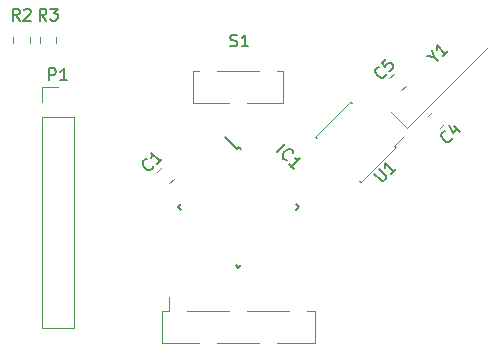
<source format=gto>
G04 #@! TF.GenerationSoftware,KiCad,Pcbnew,(5.0.1)-4*
G04 #@! TF.CreationDate,2018-12-07T22:44:18-08:00*
G04 #@! TF.ProjectId,control_board,636F6E74726F6C5F626F6172642E6B69,rev?*
G04 #@! TF.SameCoordinates,Original*
G04 #@! TF.FileFunction,Legend,Top*
G04 #@! TF.FilePolarity,Positive*
%FSLAX46Y46*%
G04 Gerber Fmt 4.6, Leading zero omitted, Abs format (unit mm)*
G04 Created by KiCad (PCBNEW (5.0.1)-4) date 12/7/2018 10:44:18 PM*
%MOMM*%
%LPD*%
G01*
G04 APERTURE LIST*
%ADD10C,0.120000*%
%ADD11C,0.150000*%
G04 APERTURE END LIST*
D10*
G04 #@! TO.C,S1*
X148465000Y-37328800D02*
X147955000Y-37328800D01*
X153545000Y-37328800D02*
X149985000Y-37328800D01*
X155575000Y-37328800D02*
X155065000Y-37328800D01*
X147955000Y-37388800D02*
X147955000Y-39928800D01*
X151005000Y-39988800D02*
X147955000Y-39988800D01*
X155575000Y-39988800D02*
X152525000Y-39988800D01*
X155575000Y-37388800D02*
X155575000Y-39928800D01*
X145925000Y-57648800D02*
X145925000Y-56438800D01*
X155065000Y-60308800D02*
X158275000Y-60308800D01*
X149985000Y-60308800D02*
X153545000Y-60308800D01*
X145255000Y-60308800D02*
X148465000Y-60308800D01*
X158275000Y-60308800D02*
X158275000Y-57648800D01*
X157605000Y-57648800D02*
X158275000Y-57648800D01*
X152525000Y-57648800D02*
X156085000Y-57648800D01*
X147445000Y-57648800D02*
X151005000Y-57648800D01*
X145255000Y-57648800D02*
X145925000Y-57648800D01*
X145255000Y-60308800D02*
X145255000Y-57648800D01*
G04 #@! TO.C,C1*
X144905399Y-45809709D02*
X145271083Y-45444025D01*
X145909491Y-46813801D02*
X146275175Y-46448117D01*
G04 #@! TO.C,C4*
X167793312Y-41108196D02*
X168158996Y-40742512D01*
X168797404Y-42112288D02*
X169163088Y-41746604D01*
G04 #@! TO.C,C5*
X164910309Y-37514199D02*
X164544625Y-37879883D01*
X165914401Y-38518291D02*
X165548717Y-38883975D01*
D11*
G04 #@! TO.C,IC1*
X151765000Y-43692276D02*
X151605901Y-43851375D01*
X156891524Y-48818800D02*
X156661714Y-49048610D01*
X151765000Y-53945324D02*
X151994810Y-53715514D01*
X146638476Y-48818800D02*
X146868286Y-48588990D01*
X151765000Y-43692276D02*
X151994810Y-43922086D01*
X146638476Y-48818800D02*
X146868286Y-49048610D01*
X151765000Y-53945324D02*
X151535190Y-53715514D01*
X156891524Y-48818800D02*
X156661714Y-48588990D01*
X151605901Y-43851375D02*
X150598274Y-42843748D01*
D10*
G04 #@! TO.C,P1*
X135144200Y-59064200D02*
X137804200Y-59064200D01*
X135144200Y-41224200D02*
X135144200Y-59064200D01*
X137804200Y-41224200D02*
X137804200Y-59064200D01*
X135144200Y-41224200D02*
X137804200Y-41224200D01*
X135144200Y-39954200D02*
X135144200Y-38624200D01*
X135144200Y-38624200D02*
X136474200Y-38624200D01*
G04 #@! TO.C,R2*
X132665400Y-34440122D02*
X132665400Y-34957278D01*
X134085400Y-34440122D02*
X134085400Y-34957278D01*
G04 #@! TO.C,R3*
X136346000Y-34435522D02*
X136346000Y-34952678D01*
X134926000Y-34435522D02*
X134926000Y-34952678D01*
G04 #@! TO.C,U1*
X162116477Y-46722326D02*
X165086326Y-43752477D01*
X158255674Y-42861523D02*
X161225523Y-39891674D01*
X158375882Y-42981731D02*
X158255674Y-42861523D01*
X161338660Y-40004811D02*
X161218452Y-39884603D01*
X162116477Y-46722326D02*
X161996269Y-46602118D01*
X165086326Y-43752477D02*
X164966118Y-43632269D01*
X164966118Y-43632269D02*
X165807575Y-42790812D01*
G04 #@! TO.C,Y1*
X164681781Y-40730716D02*
X166025284Y-42074219D01*
X166025284Y-42074219D02*
X172884219Y-35215284D01*
G04 #@! TO.C,S1*
D11*
X151079295Y-35151961D02*
X151222152Y-35199580D01*
X151460247Y-35199580D01*
X151555485Y-35151961D01*
X151603104Y-35104342D01*
X151650723Y-35009104D01*
X151650723Y-34913866D01*
X151603104Y-34818628D01*
X151555485Y-34771009D01*
X151460247Y-34723390D01*
X151269771Y-34675771D01*
X151174533Y-34628152D01*
X151126914Y-34580533D01*
X151079295Y-34485295D01*
X151079295Y-34390057D01*
X151126914Y-34294819D01*
X151174533Y-34247200D01*
X151269771Y-34199580D01*
X151507866Y-34199580D01*
X151650723Y-34247200D01*
X152603104Y-35199580D02*
X152031676Y-35199580D01*
X152317390Y-35199580D02*
X152317390Y-34199580D01*
X152222152Y-34342438D01*
X152126914Y-34437676D01*
X152031676Y-34485295D01*
G04 #@! TO.C,C1*
X144558248Y-45332576D02*
X144558248Y-45399919D01*
X144490904Y-45534606D01*
X144423560Y-45601950D01*
X144288873Y-45669293D01*
X144154186Y-45669293D01*
X144053171Y-45635622D01*
X143884812Y-45534606D01*
X143783797Y-45433591D01*
X143682782Y-45265232D01*
X143649110Y-45164217D01*
X143649110Y-45029530D01*
X143716454Y-44894843D01*
X143783797Y-44827499D01*
X143918484Y-44760156D01*
X143985828Y-44760156D01*
X145299026Y-44726484D02*
X144894965Y-45130545D01*
X145096996Y-44928515D02*
X144389889Y-44221408D01*
X144423560Y-44389767D01*
X144423560Y-44524454D01*
X144389889Y-44625469D01*
G04 #@! TO.C,C4*
X169854975Y-42968702D02*
X169854975Y-43036045D01*
X169787631Y-43170732D01*
X169720287Y-43238076D01*
X169585600Y-43305419D01*
X169450913Y-43305419D01*
X169349898Y-43271748D01*
X169181539Y-43170732D01*
X169080524Y-43069717D01*
X168979509Y-42901358D01*
X168945837Y-42800343D01*
X168945837Y-42665656D01*
X169013181Y-42530969D01*
X169080524Y-42463625D01*
X169215211Y-42396282D01*
X169282555Y-42396282D01*
X170057005Y-41958549D02*
X170528410Y-42429954D01*
X169619272Y-41857534D02*
X169955990Y-42530969D01*
X170393723Y-42093236D01*
G04 #@! TO.C,C5*
X164249112Y-37525563D02*
X164249112Y-37592906D01*
X164181768Y-37727593D01*
X164114424Y-37794937D01*
X163979737Y-37862280D01*
X163845050Y-37862280D01*
X163744035Y-37828609D01*
X163575676Y-37727593D01*
X163474661Y-37626578D01*
X163373646Y-37458219D01*
X163339974Y-37357204D01*
X163339974Y-37222517D01*
X163407318Y-37087830D01*
X163474661Y-37020486D01*
X163609348Y-36953143D01*
X163676692Y-36953143D01*
X164249112Y-36246036D02*
X163912394Y-36582754D01*
X164215440Y-36953143D01*
X164215440Y-36885799D01*
X164249112Y-36784784D01*
X164417470Y-36616425D01*
X164518486Y-36582754D01*
X164585829Y-36582754D01*
X164686844Y-36616425D01*
X164855203Y-36784784D01*
X164888875Y-36885799D01*
X164888875Y-36953143D01*
X164855203Y-37054158D01*
X164686844Y-37222517D01*
X164585829Y-37256189D01*
X164518486Y-37256189D01*
G04 #@! TO.C,IC1*
X155032843Y-44170414D02*
X155739950Y-43463307D01*
X155840965Y-44843849D02*
X155773621Y-44843849D01*
X155638934Y-44776506D01*
X155571591Y-44709162D01*
X155504247Y-44574475D01*
X155504247Y-44439788D01*
X155537919Y-44338773D01*
X155638934Y-44170414D01*
X155739950Y-44069399D01*
X155908308Y-43968384D01*
X156009324Y-43934712D01*
X156144011Y-43934712D01*
X156278698Y-44002055D01*
X156346041Y-44069399D01*
X156413385Y-44204086D01*
X156413385Y-44271429D01*
X156447057Y-45584628D02*
X156042996Y-45180567D01*
X156245026Y-45382597D02*
X156952133Y-44675491D01*
X156783774Y-44709162D01*
X156649087Y-44709162D01*
X156548072Y-44675491D01*
G04 #@! TO.C,P1*
X135736104Y-38076580D02*
X135736104Y-37076580D01*
X136117057Y-37076580D01*
X136212295Y-37124200D01*
X136259914Y-37171819D01*
X136307533Y-37267057D01*
X136307533Y-37409914D01*
X136259914Y-37505152D01*
X136212295Y-37552771D01*
X136117057Y-37600390D01*
X135736104Y-37600390D01*
X137259914Y-38076580D02*
X136688485Y-38076580D01*
X136974199Y-38076580D02*
X136974199Y-37076580D01*
X136878961Y-37219438D01*
X136783723Y-37314676D01*
X136688485Y-37362295D01*
G04 #@! TO.C,R2*
X133234133Y-33015180D02*
X132900799Y-32538990D01*
X132662704Y-33015180D02*
X132662704Y-32015180D01*
X133043657Y-32015180D01*
X133138895Y-32062800D01*
X133186514Y-32110419D01*
X133234133Y-32205657D01*
X133234133Y-32348514D01*
X133186514Y-32443752D01*
X133138895Y-32491371D01*
X133043657Y-32538990D01*
X132662704Y-32538990D01*
X133615085Y-32110419D02*
X133662704Y-32062800D01*
X133757942Y-32015180D01*
X133996038Y-32015180D01*
X134091276Y-32062800D01*
X134138895Y-32110419D01*
X134186514Y-32205657D01*
X134186514Y-32300895D01*
X134138895Y-32443752D01*
X133567466Y-33015180D01*
X134186514Y-33015180D01*
G04 #@! TO.C,R3*
X135494733Y-33015180D02*
X135161399Y-32538990D01*
X134923304Y-33015180D02*
X134923304Y-32015180D01*
X135304257Y-32015180D01*
X135399495Y-32062800D01*
X135447114Y-32110419D01*
X135494733Y-32205657D01*
X135494733Y-32348514D01*
X135447114Y-32443752D01*
X135399495Y-32491371D01*
X135304257Y-32538990D01*
X134923304Y-32538990D01*
X135828066Y-32015180D02*
X136447114Y-32015180D01*
X136113780Y-32396133D01*
X136256638Y-32396133D01*
X136351876Y-32443752D01*
X136399495Y-32491371D01*
X136447114Y-32586609D01*
X136447114Y-32824704D01*
X136399495Y-32919942D01*
X136351876Y-32967561D01*
X136256638Y-33015180D01*
X135970923Y-33015180D01*
X135875685Y-32967561D01*
X135828066Y-32919942D01*
G04 #@! TO.C,U1*
X163255255Y-45968751D02*
X163827675Y-46541171D01*
X163928690Y-46574843D01*
X163996034Y-46574843D01*
X164097049Y-46541171D01*
X164231736Y-46406484D01*
X164265408Y-46305469D01*
X164265408Y-46238125D01*
X164231736Y-46137110D01*
X163659316Y-45564690D01*
X165073530Y-45564690D02*
X164669469Y-45968751D01*
X164871499Y-45766721D02*
X164164393Y-45059614D01*
X164198064Y-45227973D01*
X164198064Y-45362660D01*
X164164393Y-45463675D01*
G04 #@! TO.C,Y1*
X168302446Y-36133881D02*
X168639164Y-36470599D01*
X167696355Y-35999194D02*
X168302446Y-36133881D01*
X168167759Y-35527790D01*
X169480957Y-35628805D02*
X169076896Y-36032866D01*
X169278927Y-35830835D02*
X168571820Y-35123729D01*
X168605492Y-35292087D01*
X168605492Y-35426774D01*
X168571820Y-35527790D01*
G04 #@! TD*
M02*

</source>
